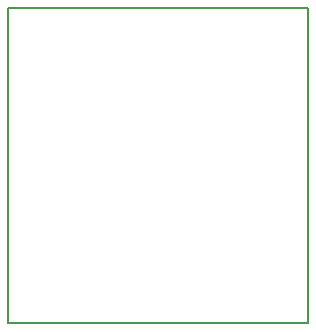
<source format=gm1>
%TF.GenerationSoftware,KiCad,Pcbnew,4.0.2-stable*%
%TF.CreationDate,2016-06-07T20:04:53-04:00*%
%TF.ProjectId,WaterSensor,576174657253656E736F722E6B696361,rev?*%
%TF.FileFunction,Profile,NP*%
%FSLAX46Y46*%
G04 Gerber Fmt 4.6, Leading zero omitted, Abs format (unit mm)*
G04 Created by KiCad (PCBNEW 4.0.2-stable) date 6/7/2016 8:04:53 PM*
%MOMM*%
G01*
G04 APERTURE LIST*
%ADD10C,0.127000*%
G04 APERTURE END LIST*
D10*
X161290000Y-80010000D02*
X135890000Y-80010000D01*
X161290000Y-106680000D02*
X161290000Y-80010000D01*
X135890000Y-106680000D02*
X161290000Y-106680000D01*
X135890000Y-80010000D02*
X135890000Y-106680000D01*
M02*

</source>
